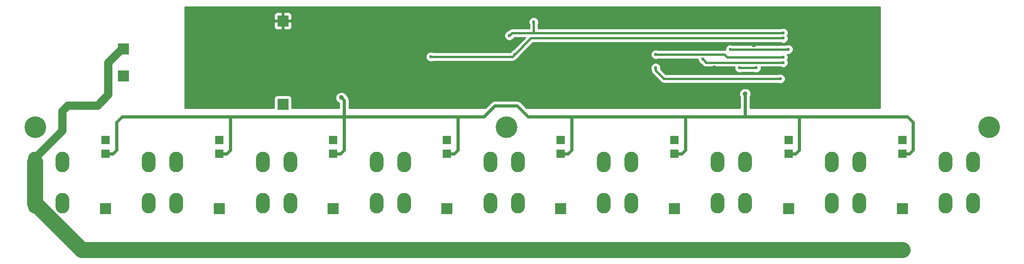
<source format=gbr>
G04 #@! TF.FileFunction,Copper,L2,Bot,Signal*
%FSLAX46Y46*%
G04 Gerber Fmt 4.6, Leading zero omitted, Abs format (unit mm)*
G04 Created by KiCad (PCBNEW 4.0.7-e2-6376~58~ubuntu16.04.1) date Thu Jul 12 19:01:00 2018*
%MOMM*%
%LPD*%
G01*
G04 APERTURE LIST*
%ADD10C,0.100000*%
%ADD11O,2.540000X3.810000*%
%ADD12R,2.000000X2.000000*%
%ADD13R,1.500000X1.500000*%
%ADD14C,4.000000*%
%ADD15C,0.900000*%
%ADD16C,0.600000*%
%ADD17C,0.600000*%
%ADD18C,0.400000*%
%ADD19C,1.500000*%
%ADD20C,3.000000*%
%ADD21C,0.254000*%
G04 APERTURE END LIST*
D10*
D11*
X52920000Y-118380000D03*
X52920000Y-126000000D03*
X58000000Y-118380000D03*
X58000000Y-126000000D03*
X73920000Y-118380000D03*
X73920000Y-126000000D03*
X79000000Y-118380000D03*
X79000000Y-126000000D03*
X95000000Y-118380000D03*
X95000000Y-126000000D03*
X100080000Y-118380000D03*
X100080000Y-126000000D03*
X116000000Y-118380000D03*
X116000000Y-126000000D03*
X121080000Y-118380000D03*
X121080000Y-126000000D03*
X137000000Y-118380000D03*
X137000000Y-126000000D03*
X142080000Y-118380000D03*
X142080000Y-126000000D03*
X157920000Y-118380000D03*
X157920000Y-126000000D03*
X163000000Y-118380000D03*
X163000000Y-126000000D03*
X178920000Y-118380000D03*
X178920000Y-126000000D03*
X184000000Y-118380000D03*
X184000000Y-126000000D03*
X200000000Y-118380000D03*
X200000000Y-126000000D03*
X205080000Y-118380000D03*
X205080000Y-126000000D03*
X221000000Y-118380000D03*
X221000000Y-126000000D03*
X226080000Y-118380000D03*
X226080000Y-126000000D03*
D12*
X69300000Y-97500000D03*
X69300000Y-102500000D03*
X98700000Y-92300000D03*
X98700000Y-107700000D03*
D13*
X66000000Y-114300000D03*
X66000000Y-116840000D03*
D12*
X66000000Y-127000000D03*
X66000000Y-134620000D03*
D13*
X87000000Y-114300000D03*
X87000000Y-116840000D03*
D12*
X87000000Y-127000000D03*
X87000000Y-134620000D03*
D13*
X108000000Y-114300000D03*
X108000000Y-116840000D03*
D12*
X108000000Y-127000000D03*
X108000000Y-134620000D03*
D13*
X129000000Y-114300000D03*
X129000000Y-116840000D03*
D12*
X129000000Y-127000000D03*
X129000000Y-134620000D03*
D13*
X150000000Y-114300000D03*
X150000000Y-116840000D03*
D12*
X150000000Y-127000000D03*
X150000000Y-134620000D03*
D13*
X171000000Y-114300000D03*
X171000000Y-116840000D03*
D12*
X171000000Y-127000000D03*
X171000000Y-134620000D03*
D13*
X192000000Y-114300000D03*
X192000000Y-116840000D03*
D12*
X192000000Y-127000000D03*
X192000000Y-134620000D03*
D13*
X213000000Y-114300000D03*
X213000000Y-116840000D03*
D12*
X213000000Y-127000000D03*
X213000000Y-134620000D03*
D14*
X140000000Y-112000000D03*
X229000000Y-112000000D03*
X53000000Y-112000000D03*
D15*
X109500000Y-106500000D03*
X184022601Y-105816518D03*
X126870478Y-97668546D03*
X185601048Y-96692565D03*
X178343175Y-100988127D03*
X191153126Y-107416923D03*
X185500000Y-107000000D03*
X191500000Y-91000000D03*
X176350000Y-96825000D03*
X127000000Y-105920000D03*
X116905000Y-98095000D03*
D16*
X181260660Y-97588161D03*
X191957425Y-97542575D03*
X145000000Y-92500000D03*
X140500000Y-95000000D03*
X191000000Y-94500000D03*
X125980859Y-98917459D03*
X141500000Y-98500000D03*
X191000000Y-95500000D03*
X190500000Y-103000000D03*
X167500000Y-101000000D03*
X176210331Y-99368926D03*
X191000000Y-100000000D03*
X167500000Y-98500000D03*
X191000000Y-99000000D03*
X183000000Y-101000000D03*
X186000000Y-101000000D03*
D17*
X110000000Y-107000000D02*
X109500000Y-106500000D01*
X110000000Y-110000000D02*
X110000000Y-107000000D01*
X131000000Y-110000000D02*
X135786329Y-110000000D01*
X135786329Y-110000000D02*
X137812202Y-107974127D01*
X137812202Y-107974127D02*
X141903945Y-107974127D01*
X143929818Y-110000000D02*
X152000000Y-110000000D01*
X141903945Y-107974127D02*
X143929818Y-110000000D01*
X184022601Y-106452914D02*
X184022601Y-105816518D01*
X184000000Y-110000000D02*
X184022601Y-109977399D01*
X184022601Y-109977399D02*
X184022601Y-106452914D01*
X184000000Y-110000000D02*
X194000000Y-110000000D01*
X173000000Y-110000000D02*
X184000000Y-110000000D01*
X69000000Y-110000000D02*
X89000000Y-110000000D01*
X89000000Y-110000000D02*
X110000000Y-110000000D01*
X87000000Y-116840000D02*
X88350000Y-116840000D01*
X88350000Y-116840000D02*
X89000000Y-116190000D01*
X89000000Y-116190000D02*
X89000000Y-110000000D01*
X110000000Y-110000000D02*
X131000000Y-110000000D01*
X108000000Y-116840000D02*
X109350000Y-116840000D01*
X109350000Y-116840000D02*
X110000000Y-116190000D01*
X110000000Y-116190000D02*
X110000000Y-110000000D01*
X129000000Y-116840000D02*
X130350000Y-116840000D01*
X130350000Y-116840000D02*
X131000000Y-116190000D01*
X131000000Y-116190000D02*
X131000000Y-110000000D01*
X151350000Y-116840000D02*
X152000000Y-116190000D01*
X152000000Y-110000000D02*
X173000000Y-110000000D01*
X150000000Y-116840000D02*
X151350000Y-116840000D01*
X152000000Y-116190000D02*
X152000000Y-110000000D01*
X171000000Y-116840000D02*
X172350000Y-116840000D01*
X172350000Y-116840000D02*
X173000000Y-116190000D01*
X173000000Y-116190000D02*
X173000000Y-110000000D01*
X194000000Y-110000000D02*
X214000000Y-110000000D01*
X192000000Y-116840000D02*
X193350000Y-116840000D01*
X193350000Y-116840000D02*
X194000000Y-116190000D01*
X194000000Y-116190000D02*
X194000000Y-110000000D01*
X66000000Y-116840000D02*
X67350000Y-116840000D01*
X67350000Y-116840000D02*
X68000000Y-116190000D01*
X68000000Y-116190000D02*
X68000000Y-111000000D01*
X68000000Y-111000000D02*
X69000000Y-110000000D01*
X214000000Y-110000000D02*
X215000000Y-111000000D01*
X215000000Y-111000000D02*
X215000000Y-116190000D01*
X215000000Y-116190000D02*
X214350000Y-116840000D01*
X214350000Y-116840000D02*
X213000000Y-116840000D01*
D18*
X191957425Y-97542575D02*
X181306246Y-97542575D01*
X181306246Y-97542575D02*
X181260660Y-97588161D01*
D19*
X52920000Y-118380000D02*
X52920000Y-117745000D01*
X69000000Y-97500000D02*
X69300000Y-97500000D01*
X52920000Y-117745000D02*
X58000000Y-112665000D01*
X58000000Y-112665000D02*
X58000000Y-109000000D01*
X58000000Y-109000000D02*
X59000000Y-108000000D01*
X59000000Y-108000000D02*
X64500000Y-108000000D01*
X64500000Y-108000000D02*
X66500000Y-106000000D01*
X66500000Y-106000000D02*
X66500000Y-100000000D01*
X66500000Y-100000000D02*
X69000000Y-97500000D01*
D20*
X192000000Y-134620000D02*
X213000000Y-134620000D01*
X171000000Y-134620000D02*
X192000000Y-134620000D01*
X150000000Y-134620000D02*
X171000000Y-134620000D01*
X129000000Y-134620000D02*
X150000000Y-134620000D01*
X108000000Y-134620000D02*
X129000000Y-134620000D01*
X87000000Y-134620000D02*
X108000000Y-134620000D01*
X66000000Y-134620000D02*
X87000000Y-134620000D01*
X52920000Y-126000000D02*
X61540000Y-134620000D01*
X61540000Y-134620000D02*
X66000000Y-134620000D01*
X52920000Y-118380000D02*
X52920000Y-126000000D01*
D18*
X191000000Y-94500000D02*
X145000000Y-94500000D01*
X145000000Y-94500000D02*
X141000000Y-94500000D01*
X145000000Y-92500000D02*
X145000000Y-94500000D01*
X141000000Y-94500000D02*
X140500000Y-95000000D01*
X126405123Y-98917459D02*
X125980859Y-98917459D01*
X141500000Y-98500000D02*
X141082541Y-98917459D01*
X141082541Y-98917459D02*
X126405123Y-98917459D01*
X144500000Y-95500000D02*
X141500000Y-98500000D01*
X144995116Y-95500000D02*
X144500000Y-95500000D01*
X191000000Y-95500000D02*
X144995116Y-95500000D01*
X169000000Y-103000000D02*
X190500000Y-103000000D01*
X167500000Y-101500000D02*
X169000000Y-103000000D01*
X167500000Y-101000000D02*
X167500000Y-101500000D01*
X176510330Y-99668925D02*
X176210331Y-99368926D01*
X176841405Y-100000000D02*
X176510330Y-99668925D01*
X191000000Y-100000000D02*
X176841405Y-100000000D01*
X180156411Y-98500000D02*
X167924264Y-98500000D01*
X191000000Y-99000000D02*
X180656411Y-99000000D01*
X180656411Y-99000000D02*
X180156411Y-98500000D01*
X167924264Y-98500000D02*
X167500000Y-98500000D01*
X186000000Y-101000000D02*
X183000000Y-101000000D01*
D21*
G36*
X208873000Y-108373000D02*
X184957601Y-108373000D01*
X184957601Y-106394070D01*
X185107412Y-106033285D01*
X185107789Y-105601645D01*
X184942955Y-105202718D01*
X184638006Y-104897236D01*
X184239368Y-104731707D01*
X183807728Y-104731330D01*
X183408801Y-104896164D01*
X183103319Y-105201113D01*
X182937790Y-105599751D01*
X182937413Y-106031391D01*
X183087601Y-106394872D01*
X183087601Y-108373000D01*
X143625108Y-108373000D01*
X142565090Y-107312982D01*
X142261754Y-107110300D01*
X141903945Y-107039127D01*
X137812202Y-107039127D01*
X137454393Y-107110300D01*
X137151057Y-107312982D01*
X136091039Y-108373000D01*
X110935000Y-108373000D01*
X110935000Y-107000000D01*
X110863827Y-106642191D01*
X110661145Y-106338855D01*
X110569536Y-106247246D01*
X110420354Y-105886200D01*
X110115405Y-105580718D01*
X109716767Y-105415189D01*
X109285127Y-105414812D01*
X108886200Y-105579646D01*
X108580718Y-105884595D01*
X108415189Y-106283233D01*
X108414812Y-106714873D01*
X108579646Y-107113800D01*
X108884595Y-107419282D01*
X109065000Y-107494193D01*
X109065000Y-108373000D01*
X100347440Y-108373000D01*
X100347440Y-106700000D01*
X100303162Y-106464683D01*
X100164090Y-106248559D01*
X99951890Y-106103569D01*
X99700000Y-106052560D01*
X97700000Y-106052560D01*
X97464683Y-106096838D01*
X97248559Y-106235910D01*
X97103569Y-106448110D01*
X97052560Y-106700000D01*
X97052560Y-108373000D01*
X80627000Y-108373000D01*
X80627000Y-101185167D01*
X166564838Y-101185167D01*
X166665000Y-101427578D01*
X166665000Y-101500000D01*
X166728561Y-101819541D01*
X166805600Y-101934838D01*
X166909566Y-102090434D01*
X168409566Y-103590434D01*
X168680459Y-103771439D01*
X169000000Y-103835000D01*
X190072766Y-103835000D01*
X190313201Y-103934838D01*
X190685167Y-103935162D01*
X191028943Y-103793117D01*
X191292192Y-103530327D01*
X191434838Y-103186799D01*
X191435162Y-102814833D01*
X191293117Y-102471057D01*
X191030327Y-102207808D01*
X190686799Y-102065162D01*
X190314833Y-102064838D01*
X190072422Y-102165000D01*
X169345868Y-102165000D01*
X168415130Y-101234262D01*
X168434838Y-101186799D01*
X168435162Y-100814833D01*
X168293117Y-100471057D01*
X168030327Y-100207808D01*
X167686799Y-100065162D01*
X167314833Y-100064838D01*
X166971057Y-100206883D01*
X166707808Y-100469673D01*
X166565162Y-100813201D01*
X166564838Y-101185167D01*
X80627000Y-101185167D01*
X80627000Y-99102626D01*
X125045697Y-99102626D01*
X125187742Y-99446402D01*
X125450532Y-99709651D01*
X125794060Y-99852297D01*
X126166026Y-99852621D01*
X126408437Y-99752459D01*
X141082541Y-99752459D01*
X141402082Y-99688898D01*
X141672975Y-99507893D01*
X141788333Y-99392535D01*
X142028943Y-99293117D01*
X142292192Y-99030327D01*
X142392778Y-98788090D01*
X142495701Y-98685167D01*
X166564838Y-98685167D01*
X166706883Y-99028943D01*
X166969673Y-99292192D01*
X167313201Y-99434838D01*
X167685167Y-99435162D01*
X167927578Y-99335000D01*
X175275360Y-99335000D01*
X175275169Y-99554093D01*
X175417214Y-99897869D01*
X175680004Y-100161118D01*
X175922241Y-100261704D01*
X176250971Y-100590434D01*
X176521865Y-100771440D01*
X176841405Y-100835000D01*
X182065143Y-100835000D01*
X182064838Y-101185167D01*
X182206883Y-101528943D01*
X182469673Y-101792192D01*
X182813201Y-101934838D01*
X183185167Y-101935162D01*
X183427578Y-101835000D01*
X185572766Y-101835000D01*
X185813201Y-101934838D01*
X186185167Y-101935162D01*
X186528943Y-101793117D01*
X186792192Y-101530327D01*
X186934838Y-101186799D01*
X186935144Y-100835000D01*
X190572766Y-100835000D01*
X190813201Y-100934838D01*
X191185167Y-100935162D01*
X191528943Y-100793117D01*
X191792192Y-100530327D01*
X191934838Y-100186799D01*
X191935162Y-99814833D01*
X191804931Y-99499649D01*
X191934838Y-99186799D01*
X191935162Y-98814833D01*
X191795752Y-98477435D01*
X192142592Y-98477737D01*
X192486368Y-98335692D01*
X192749617Y-98072902D01*
X192892263Y-97729374D01*
X192892587Y-97357408D01*
X192750542Y-97013632D01*
X192487752Y-96750383D01*
X192144224Y-96607737D01*
X191772258Y-96607413D01*
X191529847Y-96707575D01*
X181578112Y-96707575D01*
X181447459Y-96653323D01*
X181075493Y-96652999D01*
X180731717Y-96795044D01*
X180468468Y-97057834D01*
X180325822Y-97401362D01*
X180325563Y-97698647D01*
X180156411Y-97665000D01*
X167927234Y-97665000D01*
X167686799Y-97565162D01*
X167314833Y-97564838D01*
X166971057Y-97706883D01*
X166707808Y-97969673D01*
X166565162Y-98313201D01*
X166564838Y-98685167D01*
X142495701Y-98685167D01*
X144845868Y-96335000D01*
X190572766Y-96335000D01*
X190813201Y-96434838D01*
X191185167Y-96435162D01*
X191528943Y-96293117D01*
X191792192Y-96030327D01*
X191934838Y-95686799D01*
X191935162Y-95314833D01*
X191804931Y-94999649D01*
X191934838Y-94686799D01*
X191935162Y-94314833D01*
X191793117Y-93971057D01*
X191530327Y-93707808D01*
X191186799Y-93565162D01*
X190814833Y-93564838D01*
X190572422Y-93665000D01*
X145835000Y-93665000D01*
X145835000Y-92927234D01*
X145934838Y-92686799D01*
X145935162Y-92314833D01*
X145793117Y-91971057D01*
X145530327Y-91707808D01*
X145186799Y-91565162D01*
X144814833Y-91564838D01*
X144471057Y-91706883D01*
X144207808Y-91969673D01*
X144065162Y-92313201D01*
X144064838Y-92685167D01*
X144165000Y-92927578D01*
X144165000Y-93665000D01*
X141000000Y-93665000D01*
X140680460Y-93728560D01*
X140409566Y-93909566D01*
X140211667Y-94107465D01*
X139971057Y-94206883D01*
X139707808Y-94469673D01*
X139565162Y-94813201D01*
X139564838Y-95185167D01*
X139706883Y-95528943D01*
X139969673Y-95792192D01*
X140313201Y-95934838D01*
X140685167Y-95935162D01*
X141028943Y-95793117D01*
X141292192Y-95530327D01*
X141373299Y-95335000D01*
X143484132Y-95335000D01*
X141211667Y-97607465D01*
X140971057Y-97706883D01*
X140707808Y-97969673D01*
X140660975Y-98082459D01*
X126408093Y-98082459D01*
X126167658Y-97982621D01*
X125795692Y-97982297D01*
X125451916Y-98124342D01*
X125188667Y-98387132D01*
X125046021Y-98730660D01*
X125045697Y-99102626D01*
X80627000Y-99102626D01*
X80627000Y-92585750D01*
X97065000Y-92585750D01*
X97065000Y-93426310D01*
X97161673Y-93659699D01*
X97340302Y-93838327D01*
X97573691Y-93935000D01*
X98414250Y-93935000D01*
X98573000Y-93776250D01*
X98573000Y-92427000D01*
X98827000Y-92427000D01*
X98827000Y-93776250D01*
X98985750Y-93935000D01*
X99826309Y-93935000D01*
X100059698Y-93838327D01*
X100238327Y-93659699D01*
X100335000Y-93426310D01*
X100335000Y-92585750D01*
X100176250Y-92427000D01*
X98827000Y-92427000D01*
X98573000Y-92427000D01*
X97223750Y-92427000D01*
X97065000Y-92585750D01*
X80627000Y-92585750D01*
X80627000Y-91173690D01*
X97065000Y-91173690D01*
X97065000Y-92014250D01*
X97223750Y-92173000D01*
X98573000Y-92173000D01*
X98573000Y-90823750D01*
X98827000Y-90823750D01*
X98827000Y-92173000D01*
X100176250Y-92173000D01*
X100335000Y-92014250D01*
X100335000Y-91173690D01*
X100238327Y-90940301D01*
X100059698Y-90761673D01*
X99826309Y-90665000D01*
X98985750Y-90665000D01*
X98827000Y-90823750D01*
X98573000Y-90823750D01*
X98414250Y-90665000D01*
X97573691Y-90665000D01*
X97340302Y-90761673D01*
X97161673Y-90940301D01*
X97065000Y-91173690D01*
X80627000Y-91173690D01*
X80627000Y-89685000D01*
X208873000Y-89685000D01*
X208873000Y-108373000D01*
X208873000Y-108373000D01*
G37*
X208873000Y-108373000D02*
X184957601Y-108373000D01*
X184957601Y-106394070D01*
X185107412Y-106033285D01*
X185107789Y-105601645D01*
X184942955Y-105202718D01*
X184638006Y-104897236D01*
X184239368Y-104731707D01*
X183807728Y-104731330D01*
X183408801Y-104896164D01*
X183103319Y-105201113D01*
X182937790Y-105599751D01*
X182937413Y-106031391D01*
X183087601Y-106394872D01*
X183087601Y-108373000D01*
X143625108Y-108373000D01*
X142565090Y-107312982D01*
X142261754Y-107110300D01*
X141903945Y-107039127D01*
X137812202Y-107039127D01*
X137454393Y-107110300D01*
X137151057Y-107312982D01*
X136091039Y-108373000D01*
X110935000Y-108373000D01*
X110935000Y-107000000D01*
X110863827Y-106642191D01*
X110661145Y-106338855D01*
X110569536Y-106247246D01*
X110420354Y-105886200D01*
X110115405Y-105580718D01*
X109716767Y-105415189D01*
X109285127Y-105414812D01*
X108886200Y-105579646D01*
X108580718Y-105884595D01*
X108415189Y-106283233D01*
X108414812Y-106714873D01*
X108579646Y-107113800D01*
X108884595Y-107419282D01*
X109065000Y-107494193D01*
X109065000Y-108373000D01*
X100347440Y-108373000D01*
X100347440Y-106700000D01*
X100303162Y-106464683D01*
X100164090Y-106248559D01*
X99951890Y-106103569D01*
X99700000Y-106052560D01*
X97700000Y-106052560D01*
X97464683Y-106096838D01*
X97248559Y-106235910D01*
X97103569Y-106448110D01*
X97052560Y-106700000D01*
X97052560Y-108373000D01*
X80627000Y-108373000D01*
X80627000Y-101185167D01*
X166564838Y-101185167D01*
X166665000Y-101427578D01*
X166665000Y-101500000D01*
X166728561Y-101819541D01*
X166805600Y-101934838D01*
X166909566Y-102090434D01*
X168409566Y-103590434D01*
X168680459Y-103771439D01*
X169000000Y-103835000D01*
X190072766Y-103835000D01*
X190313201Y-103934838D01*
X190685167Y-103935162D01*
X191028943Y-103793117D01*
X191292192Y-103530327D01*
X191434838Y-103186799D01*
X191435162Y-102814833D01*
X191293117Y-102471057D01*
X191030327Y-102207808D01*
X190686799Y-102065162D01*
X190314833Y-102064838D01*
X190072422Y-102165000D01*
X169345868Y-102165000D01*
X168415130Y-101234262D01*
X168434838Y-101186799D01*
X168435162Y-100814833D01*
X168293117Y-100471057D01*
X168030327Y-100207808D01*
X167686799Y-100065162D01*
X167314833Y-100064838D01*
X166971057Y-100206883D01*
X166707808Y-100469673D01*
X166565162Y-100813201D01*
X166564838Y-101185167D01*
X80627000Y-101185167D01*
X80627000Y-99102626D01*
X125045697Y-99102626D01*
X125187742Y-99446402D01*
X125450532Y-99709651D01*
X125794060Y-99852297D01*
X126166026Y-99852621D01*
X126408437Y-99752459D01*
X141082541Y-99752459D01*
X141402082Y-99688898D01*
X141672975Y-99507893D01*
X141788333Y-99392535D01*
X142028943Y-99293117D01*
X142292192Y-99030327D01*
X142392778Y-98788090D01*
X142495701Y-98685167D01*
X166564838Y-98685167D01*
X166706883Y-99028943D01*
X166969673Y-99292192D01*
X167313201Y-99434838D01*
X167685167Y-99435162D01*
X167927578Y-99335000D01*
X175275360Y-99335000D01*
X175275169Y-99554093D01*
X175417214Y-99897869D01*
X175680004Y-100161118D01*
X175922241Y-100261704D01*
X176250971Y-100590434D01*
X176521865Y-100771440D01*
X176841405Y-100835000D01*
X182065143Y-100835000D01*
X182064838Y-101185167D01*
X182206883Y-101528943D01*
X182469673Y-101792192D01*
X182813201Y-101934838D01*
X183185167Y-101935162D01*
X183427578Y-101835000D01*
X185572766Y-101835000D01*
X185813201Y-101934838D01*
X186185167Y-101935162D01*
X186528943Y-101793117D01*
X186792192Y-101530327D01*
X186934838Y-101186799D01*
X186935144Y-100835000D01*
X190572766Y-100835000D01*
X190813201Y-100934838D01*
X191185167Y-100935162D01*
X191528943Y-100793117D01*
X191792192Y-100530327D01*
X191934838Y-100186799D01*
X191935162Y-99814833D01*
X191804931Y-99499649D01*
X191934838Y-99186799D01*
X191935162Y-98814833D01*
X191795752Y-98477435D01*
X192142592Y-98477737D01*
X192486368Y-98335692D01*
X192749617Y-98072902D01*
X192892263Y-97729374D01*
X192892587Y-97357408D01*
X192750542Y-97013632D01*
X192487752Y-96750383D01*
X192144224Y-96607737D01*
X191772258Y-96607413D01*
X191529847Y-96707575D01*
X181578112Y-96707575D01*
X181447459Y-96653323D01*
X181075493Y-96652999D01*
X180731717Y-96795044D01*
X180468468Y-97057834D01*
X180325822Y-97401362D01*
X180325563Y-97698647D01*
X180156411Y-97665000D01*
X167927234Y-97665000D01*
X167686799Y-97565162D01*
X167314833Y-97564838D01*
X166971057Y-97706883D01*
X166707808Y-97969673D01*
X166565162Y-98313201D01*
X166564838Y-98685167D01*
X142495701Y-98685167D01*
X144845868Y-96335000D01*
X190572766Y-96335000D01*
X190813201Y-96434838D01*
X191185167Y-96435162D01*
X191528943Y-96293117D01*
X191792192Y-96030327D01*
X191934838Y-95686799D01*
X191935162Y-95314833D01*
X191804931Y-94999649D01*
X191934838Y-94686799D01*
X191935162Y-94314833D01*
X191793117Y-93971057D01*
X191530327Y-93707808D01*
X191186799Y-93565162D01*
X190814833Y-93564838D01*
X190572422Y-93665000D01*
X145835000Y-93665000D01*
X145835000Y-92927234D01*
X145934838Y-92686799D01*
X145935162Y-92314833D01*
X145793117Y-91971057D01*
X145530327Y-91707808D01*
X145186799Y-91565162D01*
X144814833Y-91564838D01*
X144471057Y-91706883D01*
X144207808Y-91969673D01*
X144065162Y-92313201D01*
X144064838Y-92685167D01*
X144165000Y-92927578D01*
X144165000Y-93665000D01*
X141000000Y-93665000D01*
X140680460Y-93728560D01*
X140409566Y-93909566D01*
X140211667Y-94107465D01*
X139971057Y-94206883D01*
X139707808Y-94469673D01*
X139565162Y-94813201D01*
X139564838Y-95185167D01*
X139706883Y-95528943D01*
X139969673Y-95792192D01*
X140313201Y-95934838D01*
X140685167Y-95935162D01*
X141028943Y-95793117D01*
X141292192Y-95530327D01*
X141373299Y-95335000D01*
X143484132Y-95335000D01*
X141211667Y-97607465D01*
X140971057Y-97706883D01*
X140707808Y-97969673D01*
X140660975Y-98082459D01*
X126408093Y-98082459D01*
X126167658Y-97982621D01*
X125795692Y-97982297D01*
X125451916Y-98124342D01*
X125188667Y-98387132D01*
X125046021Y-98730660D01*
X125045697Y-99102626D01*
X80627000Y-99102626D01*
X80627000Y-92585750D01*
X97065000Y-92585750D01*
X97065000Y-93426310D01*
X97161673Y-93659699D01*
X97340302Y-93838327D01*
X97573691Y-93935000D01*
X98414250Y-93935000D01*
X98573000Y-93776250D01*
X98573000Y-92427000D01*
X98827000Y-92427000D01*
X98827000Y-93776250D01*
X98985750Y-93935000D01*
X99826309Y-93935000D01*
X100059698Y-93838327D01*
X100238327Y-93659699D01*
X100335000Y-93426310D01*
X100335000Y-92585750D01*
X100176250Y-92427000D01*
X98827000Y-92427000D01*
X98573000Y-92427000D01*
X97223750Y-92427000D01*
X97065000Y-92585750D01*
X80627000Y-92585750D01*
X80627000Y-91173690D01*
X97065000Y-91173690D01*
X97065000Y-92014250D01*
X97223750Y-92173000D01*
X98573000Y-92173000D01*
X98573000Y-90823750D01*
X98827000Y-90823750D01*
X98827000Y-92173000D01*
X100176250Y-92173000D01*
X100335000Y-92014250D01*
X100335000Y-91173690D01*
X100238327Y-90940301D01*
X100059698Y-90761673D01*
X99826309Y-90665000D01*
X98985750Y-90665000D01*
X98827000Y-90823750D01*
X98573000Y-90823750D01*
X98414250Y-90665000D01*
X97573691Y-90665000D01*
X97340302Y-90761673D01*
X97161673Y-90940301D01*
X97065000Y-91173690D01*
X80627000Y-91173690D01*
X80627000Y-89685000D01*
X208873000Y-89685000D01*
X208873000Y-108373000D01*
M02*

</source>
